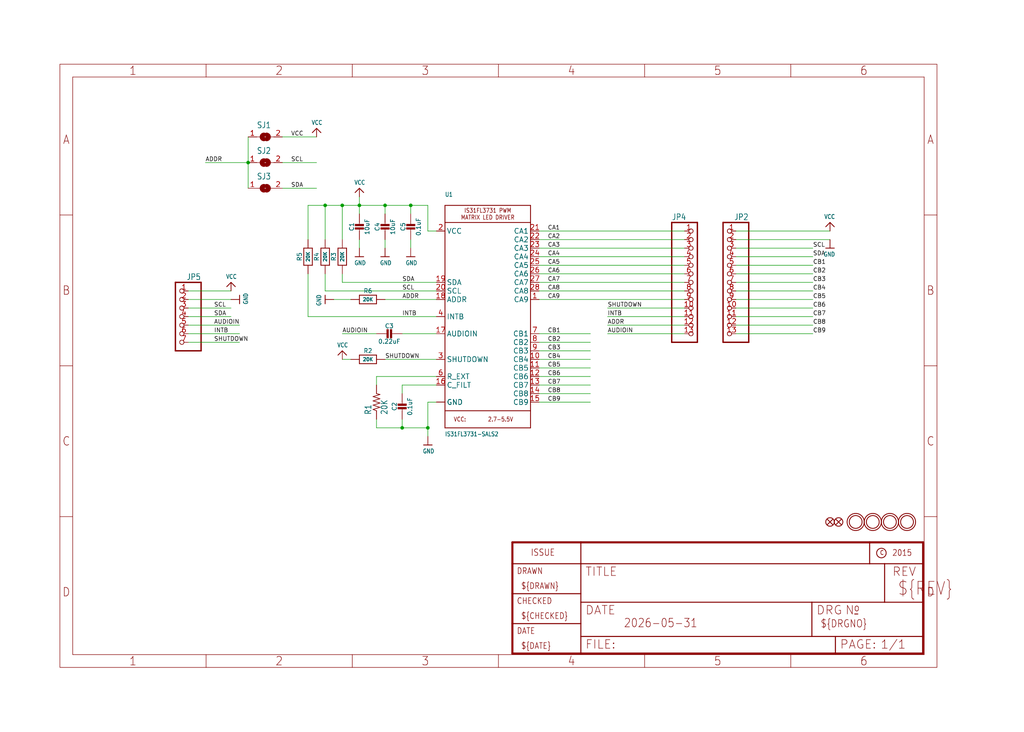
<source format=kicad_sch>
(kicad_sch (version 20250114) (generator "eeschema") (generator_version "9.0")
  (paper "User" 303.962 217.322)
  (lib_symbols
    (symbol "Adafruit IS31FL3731 Breakout-eagle-import:CAP_CERAMIC0805-NOOUTLINE"
      (property "Reference" "C" (at -2.29 1.25 90))
      (symbol "CAP_CERAMIC0805-NOOUTLINE_1_0"
        (rectangle (start -1.27 1.524) (end 1.27 2.032) (fill (type outline)))
        (rectangle (start -1.27 0.508) (end 1.27 1.016) (fill (type outline)))
        (polyline (pts (xy 0 2.54) (xy 0 1.778)) (stroke (width 0.1524)))
        (polyline (pts (xy 0 0.762) (xy 0 0)) (stroke (width 0.1524)))
        (pin passive line (at 0 5.08 270) (length 2.54) (name "1") (number "1"))
        (pin passive line (at 0 -2.54 90) (length 2.54) (name "2") (number "2"))
      )
    )
    (symbol "Adafruit IS31FL3731 Breakout-eagle-import:FIDUCIAL{dblquote}{dblquote}"
      (symbol "FIDUCIAL{dblquote}{dblquote}_1_0"
        (polyline (pts (xy -0.762 0.762) (xy 0.762 -0.762)) (stroke (width 0.254)))
        (circle (center 0 0) (radius 1.27) (stroke (width 0.254)))
        (polyline (pts (xy 0.762 0.762) (xy -0.762 -0.762)) (stroke (width 0.254)))
      )
    )
    (symbol "Adafruit IS31FL3731 Breakout-eagle-import:FLIPFLOP-RES"
      (property "Reference" "R" (at -3.81 1.4986 0))
      (symbol "FLIPFLOP-RES_1_0"
        (polyline (pts (xy -2.54 0) (xy -2.159 1.016)) (stroke (width 0.2032)))
        (polyline (pts (xy -2.159 1.016) (xy -1.524 -1.016)) (stroke (width 0.2032)))
        (polyline (pts (xy -1.524 -1.016) (xy -0.889 1.016)) (stroke (width 0.2032)))
        (polyline (pts (xy -0.889 1.016) (xy -0.254 -1.016)) (stroke (width 0.2032)))
        (polyline (pts (xy -0.254 -1.016) (xy 0.381 1.016)) (stroke (width 0.2032)))
        (polyline (pts (xy 0.381 1.016) (xy 1.016 -1.016)) (stroke (width 0.2032)))
        (polyline (pts (xy 1.016 -1.016) (xy 1.651 1.016)) (stroke (width 0.2032)))
        (polyline (pts (xy 1.651 1.016) (xy 2.286 -1.016)) (stroke (width 0.2032)))
        (polyline (pts (xy 2.286 -1.016) (xy 2.54 0)) (stroke (width 0.2032)))
        (pin passive line (at -5.08 0 0) (length 2.54) (name "1") (number "1"))
        (pin passive line (at 5.08 0 180) (length 2.54) (name "2") (number "2"))
      )
    )
    (symbol "Adafruit IS31FL3731 Breakout-eagle-import:FRAME_A4"
      (symbol "FRAME_A4_1_0"
        (polyline (pts (xy 0 179.07) (xy 260.35 179.07) (xy 260.35 0) (xy 0 0) (xy 0 179.07)))
        (polyline (pts (xy 0 134.3025) (xy 3.81 134.3025)))
        (polyline (pts (xy 0 89.535) (xy 3.81 89.535)))
        (polyline (pts (xy 0 44.7675) (xy 3.81 44.7675)))
        (polyline (pts (xy 3.81 175.26) (xy 3.81 3.81)))
        (polyline (pts (xy 43.3917 179.07) (xy 43.3917 175.26)))
        (polyline (pts (xy 43.3917 3.81) (xy 43.3917 0)))
        (polyline (pts (xy 86.7833 179.07) (xy 86.7833 175.26)))
        (polyline (pts (xy 86.7833 3.81) (xy 86.7833 0)))
        (polyline (pts (xy 130.175 179.07) (xy 130.175 175.26)))
        (polyline (pts (xy 130.175 3.81) (xy 130.175 0)))
        (polyline (pts (xy 173.5667 179.07) (xy 173.5667 175.26)))
        (polyline (pts (xy 173.5667 3.81) (xy 173.5667 0)))
        (polyline (pts (xy 216.9583 179.07) (xy 216.9583 175.26)))
        (polyline (pts (xy 216.9583 3.81) (xy 216.9583 0)))
        (polyline (pts (xy 256.54 175.26) (xy 3.81 175.26)))
        (polyline (pts (xy 256.54 175.26) (xy 256.54 3.81)))
        (polyline (pts (xy 256.54 134.3025) (xy 260.35 134.3025)))
        (polyline (pts (xy 256.54 89.535) (xy 260.35 89.535)))
        (polyline (pts (xy 256.54 44.7675) (xy 260.35 44.7675)))
        (polyline (pts (xy 256.54 19.05) (xy 256.54 36.83)) (stroke (width 0.1016)))
        (polyline (pts (xy 256.54 13.97) (xy 256.54 19.05)) (stroke (width 0.1016)))
        (polyline (pts (xy 256.54 8.89) (xy 256.54 13.97)) (stroke (width 0.1016)))
        (polyline (pts (xy 256.54 3.81) (xy 3.81 3.81)))
        (polyline (pts (xy 256.54 3.81) (xy 256.54 8.89)) (stroke (width 0.1016)))
        (text "A" (at 1.905 156.6863 0) (effects (font (size 2.54 2.286))))
        (text "B" (at 1.905 111.9188 0) (effects (font (size 2.54 2.286))))
        (text "C" (at 1.905 67.1513 0) (effects (font (size 2.54 2.286))))
        (text "D" (at 1.905 22.3838 0) (effects (font (size 2.54 2.286))))
        (text "1" (at 21.6958 177.165 0) (effects (font (size 2.54 2.286))))
        (text "1" (at 21.6958 1.905 0) (effects (font (size 2.54 2.286))))
        (text "2" (at 65.0875 177.165 0) (effects (font (size 2.54 2.286))))
        (text "2" (at 65.0875 1.905 0) (effects (font (size 2.54 2.286))))
        (text "3" (at 108.4792 177.165 0) (effects (font (size 2.54 2.286))))
        (text "3" (at 108.4792 1.905 0) (effects (font (size 2.54 2.286))))
        (text "4" (at 151.8708 177.165 0) (effects (font (size 2.54 2.286))))
        (text "4" (at 151.8708 1.905 0) (effects (font (size 2.54 2.286))))
        (text "5" (at 195.2625 177.165 0) (effects (font (size 2.54 2.286))))
        (text "5" (at 195.2625 1.905 0) (effects (font (size 2.54 2.286))))
        (text "6" (at 238.6542 177.165 0) (effects (font (size 2.54 2.286))))
        (text "6" (at 238.6542 1.905 0) (effects (font (size 2.54 2.286))))
        (text "A" (at 258.445 156.6863 0) (effects (font (size 2.54 2.286))))
        (text "B" (at 258.445 111.9188 0) (effects (font (size 2.54 2.286))))
        (text "C" (at 258.445 67.1513 0) (effects (font (size 2.54 2.286))))
        (text "D" (at 258.445 22.3838 0) (effects (font (size 2.54 2.286))))
      )
      (symbol "FRAME_A4_2_0"
        (polyline (pts (xy -0.3048 34.5948) (xy -0.3048 28.2448)) (stroke (width 0.6096)))
        (polyline (pts (xy -0.3048 28.2448) (xy -0.3048 19.3548)) (stroke (width 0.6096)))
        (polyline (pts (xy -0.3048 28.2448) (xy 20.0152 28.2448)) (stroke (width 0.3048)))
        (polyline (pts (xy -0.3048 19.3548) (xy -0.3048 10.4648)) (stroke (width 0.6096)))
        (polyline (pts (xy -0.3048 19.3548) (xy 20.0152 19.3548)) (stroke (width 0.3048)))
        (polyline (pts (xy -0.3048 10.4648) (xy -0.3048 1.5748)) (stroke (width 0.6096)))
        (polyline (pts (xy -0.3048 10.4648) (xy 20.0152 10.4648)) (stroke (width 0.3048)))
        (polyline (pts (xy -0.3048 1.5748) (xy 20.0152 1.5748)) (stroke (width 0.6096)))
        (polyline (pts (xy 20.0152 34.5948) (xy -0.3048 34.5948)) (stroke (width 0.6096)))
        (polyline (pts (xy 20.0152 28.2448) (xy 20.0152 34.5948)) (stroke (width 0.3048)))
        (polyline (pts (xy 20.0152 28.2448) (xy 105.7402 28.2448)) (stroke (width 0.3048)))
        (polyline (pts (xy 20.0152 19.3548) (xy 20.0152 28.2448)) (stroke (width 0.3048)))
        (polyline (pts (xy 20.0152 16.8148) (xy 20.0152 19.3548)) (stroke (width 0.3048)))
        (polyline (pts (xy 20.0152 10.4648) (xy 20.0152 16.8148)) (stroke (width 0.3048)))
        (polyline (pts (xy 20.0152 6.6548) (xy 20.0152 10.4648)) (stroke (width 0.3048)))
        (polyline (pts (xy 20.0152 6.6548) (xy 88.5952 6.6548)) (stroke (width 0.3048)))
        (polyline (pts (xy 20.0152 1.5748) (xy 20.0152 6.6548)) (stroke (width 0.3048)))
        (polyline (pts (xy 20.0152 1.5748) (xy 95.5802 1.5748)) (stroke (width 0.6096)))
        (polyline (pts (xy 88.5952 16.8148) (xy 20.0152 16.8148)) (stroke (width 0.3048)))
        (polyline (pts (xy 88.5952 16.8148) (xy 88.5952 6.6548)) (stroke (width 0.3048)))
        (polyline (pts (xy 88.5952 6.6548) (xy 95.5802 6.6548)) (stroke (width 0.3048)))
        (polyline (pts (xy 95.5802 6.6548) (xy 95.5802 1.5748)) (stroke (width 0.3048)))
        (polyline (pts (xy 95.5802 6.6548) (xy 121.6152 6.6548)) (stroke (width 0.3048)))
        (polyline (pts (xy 95.5802 1.5748) (xy 121.6152 1.5748)) (stroke (width 0.6096)))
        (polyline (pts (xy 101.2952 13.3223) (xy 102.2477 13.3223)) (stroke (width 0.254)))
        (polyline (pts (xy 105.7402 34.5948) (xy 20.0152 34.5948)) (stroke (width 0.6096)))
        (polyline (pts (xy 105.7402 28.2448) (xy 105.7402 34.5948)) (stroke (width 0.3048)))
        (polyline (pts (xy 105.7402 28.2448) (xy 110.1852 28.2448)) (stroke (width 0.3048)))
        (circle (center 109.2327 31.4198) (radius 1.4199) (stroke (width 0.254)))
        (polyline (pts (xy 110.1852 28.2448) (xy 110.1852 16.8148)) (stroke (width 0.3048)))
        (polyline (pts (xy 110.1852 28.2448) (xy 121.6152 28.2448)) (stroke (width 0.3048)))
        (polyline (pts (xy 110.1852 16.8148) (xy 88.5952 16.8148)) (stroke (width 0.3048)))
        (polyline (pts (xy 121.6152 34.5948) (xy 105.7402 34.5948)) (stroke (width 0.6096)))
        (polyline (pts (xy 121.6152 34.5948) (xy 121.6152 28.2448)) (stroke (width 0.6096)))
        (polyline (pts (xy 121.6152 28.2448) (xy 121.6152 16.8148)) (stroke (width 0.6096)))
        (polyline (pts (xy 121.6152 16.8148) (xy 110.1852 16.8148)) (stroke (width 0.3048)))
        (polyline (pts (xy 121.6152 16.8148) (xy 121.6152 6.6548)) (stroke (width 0.6096)))
        (polyline (pts (xy 121.6152 6.6548) (xy 121.6152 1.5748)) (stroke (width 0.6096)))
        (text "DRAWN" (at 0.9652 25.0698 0) (effects (font (size 1.778 1.5113)) (justify left bottom)))
        (text "CHECKED" (at 0.9652 16.1798 0) (effects (font (size 1.778 1.5113)) (justify left bottom)))
        (text "DATE" (at 0.9652 7.2898 0) (effects (font (size 1.778 1.5113)) (justify left bottom)))
        (text "${DRAWN}" (at 2.2352 20.6248 0) (effects (font (size 1.778 1.5113)) (justify left bottom)))
        (text "${CHECKED}" (at 2.2352 11.7348 0) (effects (font (size 1.778 1.5113)) (justify left bottom)))
        (text "${DATE}" (at 2.2352 2.8448 0) (effects (font (size 1.778 1.5113)) (justify left bottom)))
        (text "ISSUE" (at 5.0927 30.4673 0) (effects (font (size 1.9304 1.6408)) (justify left bottom)))
        (text "TITLE" (at 21.2852 24.4348 0) (effects (font (size 2.54 2.54)) (justify left bottom)))
        (text "DATE" (at 21.2852 13.0048 0) (effects (font (size 2.54 2.54)) (justify left bottom)))
        (text "FILE:" (at 21.2852 2.8448 0) (effects (font (size 2.54 2.54)) (justify left bottom)))
        (text "${COMPANY}" (at 23.349 29.6735 0) (effects (font (size 3.175 2.6987) (thickness 0.5397) (bold yes)) (justify left bottom)))
        (text "${CURRENT_DATE}" (at 32.7152 9.1948 0) (effects (font (size 2.54 2.159)) (justify left bottom)))
        (text "${PROJECTNAME}" (at 33.0327 2.8448 0) (effects (font (size 2.54 2.159)) (justify left bottom)))
        (text "DRG" (at 89.8652 13.0048 0) (effects (font (size 2.54 2.54)) (justify left bottom)))
        (text "${DRGNO}" (at 91.1352 9.1948 0) (effects (font (size 2.1844 1.8567)) (justify left bottom)))
        (text "PAGE:" (at 96.8502 2.8448 0) (effects (font (size 2.54 2.54)) (justify left bottom)))
        (text "N" (at 98.4377 13.0048 0) (effects (font (size 2.54 2.54)) (justify left bottom)))
        (text "o" (at 100.9777 13.9573 0) (effects (font (size 2.1844 1.8567)) (justify left bottom)))
        (text "C" (at 108.7564 30.7848 0) (effects (font (size 1.27 1.0795)) (justify left bottom)))
        (text "${#}/${##}" (at 108.9152 2.8448 0) (effects (font (size 2.54 2.54)) (justify left bottom)))
        (text "2015" (at 112.4077 30.4673 0) (effects (font (size 1.778 1.5113)) (justify left bottom)))
        (text "REV" (at 112.4077 24.4348 0) (effects (font (size 2.54 2.54)) (justify left bottom)))
        (text "${REV}" (at 113.9952 18.7198 0) (effects (font (size 3.81 3.2385)) (justify left bottom)))
      )
    )
    (symbol "Adafruit IS31FL3731 Breakout-eagle-import:GND" (power)
      (symbol "GND_1_0"
        (polyline (pts (xy -1.27 0) (xy 1.27 0)) (stroke (width 0.254)))
        (pin power_in line (at 0 2.54 270) (length 2.54) (name "GND") (number "1"))
      )
    )
    (symbol "Adafruit IS31FL3731 Breakout-eagle-import:HEADER-1X13"
      (property "Reference" "JP" (at -6.35 18.415 0))
      (symbol "HEADER-1X13_1_0"
        (polyline (pts (xy -6.35 17.78) (xy -6.35 -17.78)) (stroke (width 0.4064)))
        (polyline (pts (xy -6.35 -17.78) (xy 1.27 -17.78)) (stroke (width 0.4064)))
        (polyline (pts (xy 1.27 17.78) (xy -6.35 17.78)) (stroke (width 0.4064)))
        (polyline (pts (xy 1.27 -17.78) (xy 1.27 17.78)) (stroke (width 0.4064)))
        (pin passive inverted (at -2.54 15.24 0) (length 2.54) (name "1") (number "1"))
        (pin passive inverted (at -2.54 12.7 0) (length 2.54) (name "2") (number "2"))
        (pin passive inverted (at -2.54 10.16 0) (length 2.54) (name "3") (number "3"))
        (pin passive inverted (at -2.54 7.62 0) (length 2.54) (name "4") (number "4"))
        (pin passive inverted (at -2.54 5.08 0) (length 2.54) (name "5") (number "5"))
        (pin passive inverted (at -2.54 2.54 0) (length 2.54) (name "6") (number "6"))
        (pin passive inverted (at -2.54 0 0) (length 2.54) (name "7") (number "7"))
        (pin passive inverted (at -2.54 -2.54 0) (length 2.54) (name "8") (number "8"))
        (pin passive inverted (at -2.54 -5.08 0) (length 2.54) (name "9") (number "9"))
        (pin passive inverted (at -2.54 -7.62 0) (length 2.54) (name "10") (number "10"))
        (pin passive inverted (at -2.54 -10.16 0) (length 2.54) (name "11") (number "11"))
        (pin passive inverted (at -2.54 -12.7 0) (length 2.54) (name "12") (number "12"))
        (pin passive inverted (at -2.54 -15.24 0) (length 2.54) (name "13") (number "13"))
      )
    )
    (symbol "Adafruit IS31FL3731 Breakout-eagle-import:HEADER-1X7THICKER"
      (property "Reference" "JP" (at -6.35 10.795 0))
      (symbol "HEADER-1X7THICKER_1_0"
        (polyline (pts (xy -6.35 10.16) (xy -6.35 -10.16)) (stroke (width 0.4064)))
        (polyline (pts (xy -6.35 -10.16) (xy 1.27 -10.16)) (stroke (width 0.4064)))
        (polyline (pts (xy 1.27 10.16) (xy -6.35 10.16)) (stroke (width 0.4064)))
        (polyline (pts (xy 1.27 -10.16) (xy 1.27 10.16)) (stroke (width 0.4064)))
        (pin passive inverted (at -2.54 7.62 0) (length 2.54) (name "1") (number "1"))
        (pin passive inverted (at -2.54 5.08 0) (length 2.54) (name "2") (number "2"))
        (pin passive inverted (at -2.54 2.54 0) (length 2.54) (name "3") (number "3"))
        (pin passive inverted (at -2.54 0 0) (length 2.54) (name "4") (number "4"))
        (pin passive inverted (at -2.54 -2.54 0) (length 2.54) (name "5") (number "5"))
        (pin passive inverted (at -2.54 -5.08 0) (length 2.54) (name "6") (number "6"))
        (pin passive inverted (at -2.54 -7.62 0) (length 2.54) (name "7") (number "7"))
      )
    )
    (symbol "Adafruit IS31FL3731 Breakout-eagle-import:IS31FL3731QFN"
      (property "Reference" "U" (at -12.7 35.56 0))
      (symbol "IS31FL3731QFN_1_0"
        (polyline (pts (xy -12.7 33.02) (xy -12.7 27.94)) (stroke (width 0.254)))
        (polyline (pts (xy -12.7 33.02) (xy 12.7 33.02)) (stroke (width 0.254)))
        (polyline (pts (xy -12.7 27.94) (xy 12.7 27.94)) (stroke (width 0.254)))
        (polyline (pts (xy -12.7 -27.94) (xy -12.7 27.94)) (stroke (width 0.254)))
        (polyline (pts (xy -12.7 -27.94) (xy -12.7 -33.02)) (stroke (width 0.254)))
        (polyline (pts (xy 12.7 33.02) (xy 12.7 27.94)) (stroke (width 0.254)))
        (polyline (pts (xy 12.7 27.94) (xy 12.7 -27.94)) (stroke (width 0.254)))
        (polyline (pts (xy 12.7 -27.94) (xy -12.7 -27.94)) (stroke (width 0.254)))
        (polyline (pts (xy 12.7 -27.94) (xy 12.7 -33.02)) (stroke (width 0.254)))
        (polyline (pts (xy 12.7 -33.02) (xy -12.7 -33.02)) (stroke (width 0.254)))
        (text "VCC:" (at -10.16 -30.48 0) (effects (font (size 1.27 1.0795)) (justify left)))
        (text "IS31FL3731 PWM\nMATRIX LED DRIVER" (at 0 30.48 0) (effects (font (size 1.27 1.0795))))
        (text "2.7-5.5V" (at 0 -30.48 0) (effects (font (size 1.27 1.0795)) (justify left)))
        (pin power_in line (at -15.24 25.4 0) (length 2.54) (name "VCC") (number "2"))
        (pin bidirectional line (at -15.24 10.16 0) (length 2.54) (name "SDA") (number "19"))
        (pin bidirectional line (at -15.24 7.62 0) (length 2.54) (name "SCL") (number "20"))
        (pin bidirectional line (at -15.24 5.08 0) (length 2.54) (name "ADDR") (number "18"))
        (pin output line (at -15.24 0 0) (length 2.54) (name "INTB") (number "4"))
        (pin input line (at -15.24 -5.08 0) (length 2.54) (name "AUDIOIN") (number "17"))
        (pin input line (at -15.24 -12.7 0) (length 2.54) (name "SHUTDOWN") (number "3"))
        (pin bidirectional line (at -15.24 -17.78 0) (length 2.54) (name "R_EXT") (number "6"))
        (pin bidirectional line (at -15.24 -20.32 0) (length 2.54) (name "C_FILT") (number "16"))
        (pin power_in line (at -15.24 -25.4 0) (length 2.54) (name "GND") (number "5"))
        (pin power_in line (at -15.24 -25.4 0) (length 2.54) (name "GND") (number "THERMAL"))
        (pin bidirectional line (at 15.24 25.4 180) (length 2.54) (name "CA1") (number "21"))
        (pin bidirectional line (at 15.24 22.86 180) (length 2.54) (name "CA2") (number "22"))
        (pin bidirectional line (at 15.24 20.32 180) (length 2.54) (name "CA3") (number "23"))
        (pin bidirectional line (at 15.24 17.78 180) (length 2.54) (name "CA4") (number "24"))
        (pin bidirectional line (at 15.24 15.24 180) (length 2.54) (name "CA5") (number "25"))
        (pin bidirectional line (at 15.24 12.7 180) (length 2.54) (name "CA6") (number "26"))
        (pin bidirectional line (at 15.24 10.16 180) (length 2.54) (name "CA7") (number "27"))
        (pin bidirectional line (at 15.24 7.62 180) (length 2.54) (name "CA8") (number "28"))
        (pin bidirectional line (at 15.24 5.08 180) (length 2.54) (name "CA9") (number "1"))
        (pin bidirectional line (at 15.24 -5.08 180) (length 2.54) (name "CB1") (number "7"))
        (pin bidirectional line (at 15.24 -7.62 180) (length 2.54) (name "CB2") (number "8"))
        (pin bidirectional line (at 15.24 -10.16 180) (length 2.54) (name "CB3") (number "9"))
        (pin bidirectional line (at 15.24 -12.7 180) (length 2.54) (name "CB4") (number "10"))
        (pin bidirectional line (at 15.24 -15.24 180) (length 2.54) (name "CB5") (number "11"))
        (pin bidirectional line (at 15.24 -17.78 180) (length 2.54) (name "CB6") (number "12"))
        (pin bidirectional line (at 15.24 -20.32 180) (length 2.54) (name "CB7") (number "13"))
        (pin bidirectional line (at 15.24 -22.86 180) (length 2.54) (name "CB8") (number "14"))
        (pin bidirectional line (at 15.24 -25.4 180) (length 2.54) (name "CB9") (number "15"))
      )
    )
    (symbol "Adafruit IS31FL3731 Breakout-eagle-import:MOUNTINGHOLE2.5"
      (symbol "MOUNTINGHOLE2.5_1_0"
        (circle (center 0 0) (radius 1.905) (stroke (width 0.254)))
        (circle (center 0 0) (radius 2.54) (stroke (width 0.254)))
      )
    )
    (symbol "Adafruit IS31FL3731 Breakout-eagle-import:RESISTOR0805_NOOUTLINE"
      (property "Reference" "R" (at 0 2.54 0))
      (symbol "RESISTOR0805_NOOUTLINE_1_0"
        (polyline (pts (xy -2.54 1.27) (xy 2.54 1.27)) (stroke (width 0.254)))
        (polyline (pts (xy -2.54 -1.27) (xy -2.54 1.27)) (stroke (width 0.254)))
        (polyline (pts (xy 2.54 1.27) (xy 2.54 -1.27)) (stroke (width 0.254)))
        (polyline (pts (xy 2.54 -1.27) (xy -2.54 -1.27)) (stroke (width 0.254)))
        (pin passive line (at -5.08 0 0) (length 2.54) (name "1") (number "1"))
        (pin passive line (at 5.08 0 180) (length 2.54) (name "2") (number "2"))
      )
    )
    (symbol "Adafruit IS31FL3731 Breakout-eagle-import:SOLDERJUMPER"
      (property "Reference" "SJ" (at -2.54 2.54 0))
      (symbol "SOLDERJUMPER_1_0"
        (polyline (pts (xy -2.54 0) (xy -1.651 0)) (stroke (width 0.1524)))
        (arc (start -0.381 -0.635) (mid -1.0159 0.0001) (end -0.3808 0.635) (stroke (width 1.27)))
        (arc (start 0.381 0.635) (mid 1.0159 -0.0001) (end 0.3808 -0.635) (stroke (width 1.27)))
        (polyline (pts (xy 2.54 0) (xy 1.651 0)) (stroke (width 0.1524)))
        (pin passive line (at -5.08 0 0) (length 2.54) (name "1") (number "1"))
        (pin passive line (at 5.08 0 180) (length 2.54) (name "2") (number "2"))
      )
    )
    (symbol "Adafruit IS31FL3731 Breakout-eagle-import:VCC" (power)
      (symbol "VCC_1_0"
        (polyline (pts (xy -1.27 -1.27) (xy 0 0)) (stroke (width 0.254)))
        (polyline (pts (xy 0 0) (xy 1.27 -1.27)) (stroke (width 0.254)))
        (pin power_in line (at 0 -2.54 90) (length 2.54) (name "VCC") (number "1"))
      )
    )
  )
  (junction (at 101.6 60.96))
  (junction (at 106.68 60.96))
  (junction (at 121.92 60.96))
  (junction (at 73.66 48.26))
  (junction (at 119.38 127))
  (junction (at 96.52 60.96))
  (junction (at 114.3 60.96))
  (junction (at 127 127))
  (wire (pts (xy 101.6 71.12) (xy 101.6 60.96)) (stroke (width 0.1524)))
  (wire (pts (xy 121.92 60.96) (xy 121.92 63.5)) (stroke (width 0.1524)))
  (wire (pts (xy 83.82 48.26) (xy 93.98 48.26)) (stroke (width 0.1524)))
  (wire (pts (xy 218.44 93.98) (xy 241.3 93.98)) (stroke (width 0.1524)))
  (wire (pts (xy 129.54 86.36) (xy 96.52 86.36)) (stroke (width 0.1524)))
  (wire (pts (xy 101.6 60.96) (xy 96.52 60.96)) (stroke (width 0.1524)))
  (wire (pts (xy 129.54 93.98) (xy 91.44 93.98)) (stroke (width 0.1524)))
  (wire (pts (xy 129.54 83.82) (xy 101.6 83.82)) (stroke (width 0.1524)))
  (wire (pts (xy 160.02 99.06) (xy 175.26 99.06)) (stroke (width 0.1524)))
  (wire (pts (xy 203.2 96.52) (xy 180.34 96.52)) (stroke (width 0.1524)))
  (wire (pts (xy 83.82 40.64) (xy 93.98 40.64)) (stroke (width 0.1524)))
  (wire (pts (xy 55.88 101.6) (xy 71.12 101.6)) (stroke (width 0.1524)))
  (wire (pts (xy 129.54 119.38) (xy 127 119.38)) (stroke (width 0.1524)))
  (wire (pts (xy 96.52 60.96) (xy 91.44 60.96)) (stroke (width 0.1524)))
  (wire (pts (xy 127 60.96) (xy 127 68.58)) (stroke (width 0.1524)))
  (wire (pts (xy 160.02 71.12) (xy 203.2 71.12)) (stroke (width 0.1524)))
  (wire (pts (xy 91.44 93.98) (xy 91.44 81.28)) (stroke (width 0.1524)))
  (wire (pts (xy 101.6 60.96) (xy 106.68 60.96)) (stroke (width 0.1524)))
  (wire (pts (xy 104.14 106.68) (xy 101.6 106.68)) (stroke (width 0.1524)))
  (wire (pts (xy 114.3 60.96) (xy 114.3 63.5)) (stroke (width 0.1524)))
  (wire (pts (xy 160.02 73.66) (xy 203.2 73.66)) (stroke (width 0.1524)))
  (wire (pts (xy 160.02 109.22) (xy 175.26 109.22)) (stroke (width 0.1524)))
  (wire (pts (xy 160.02 83.82) (xy 203.2 83.82)) (stroke (width 0.1524)))
  (wire (pts (xy 160.02 86.36) (xy 203.2 86.36)) (stroke (width 0.1524)))
  (wire (pts (xy 160.02 106.68) (xy 175.26 106.68)) (stroke (width 0.1524)))
  (wire (pts (xy 114.3 60.96) (xy 121.92 60.96)) (stroke (width 0.1524)))
  (wire (pts (xy 121.92 60.96) (xy 127 60.96)) (stroke (width 0.1524)))
  (wire (pts (xy 111.76 127) (xy 111.76 124.46)) (stroke (width 0.1524)))
  (wire (pts (xy 218.44 99.06) (xy 241.3 99.06)) (stroke (width 0.1524)))
  (wire (pts (xy 241.3 81.28) (xy 218.44 81.28)) (stroke (width 0.1524)))
  (wire (pts (xy 160.02 76.2) (xy 203.2 76.2)) (stroke (width 0.1524)))
  (wire (pts (xy 241.3 86.36) (xy 218.44 86.36)) (stroke (width 0.1524)))
  (wire (pts (xy 55.88 86.36) (xy 68.58 86.36)) (stroke (width 0.1524)))
  (wire (pts (xy 99.06 88.9) (xy 104.14 88.9)) (stroke (width 0.1524)))
  (wire (pts (xy 127 68.58) (xy 129.54 68.58)) (stroke (width 0.1524)))
  (wire (pts (xy 218.44 83.82) (xy 241.3 83.82)) (stroke (width 0.1524)))
  (wire (pts (xy 129.54 114.3) (xy 119.38 114.3)) (stroke (width 0.1524)))
  (wire (pts (xy 241.3 96.52) (xy 218.44 96.52)) (stroke (width 0.1524)))
  (wire (pts (xy 119.38 127) (xy 119.38 124.46)) (stroke (width 0.1524)))
  (wire (pts (xy 160.02 68.58) (xy 203.2 68.58)) (stroke (width 0.1524)))
  (wire (pts (xy 83.82 55.88) (xy 93.98 55.88)) (stroke (width 0.1524)))
  (wire (pts (xy 111.76 99.06) (xy 101.6 99.06)) (stroke (width 0.1524)))
  (wire (pts (xy 203.2 99.06) (xy 180.34 99.06)) (stroke (width 0.1524)))
  (wire (pts (xy 180.34 93.98) (xy 203.2 93.98)) (stroke (width 0.1524)))
  (wire (pts (xy 73.66 48.26) (xy 60.96 48.26)) (stroke (width 0.1524)))
  (wire (pts (xy 246.38 68.58) (xy 218.44 68.58)) (stroke (width 0.1524)))
  (wire (pts (xy 129.54 111.76) (xy 111.76 111.76)) (stroke (width 0.1524)))
  (wire (pts (xy 129.54 88.9) (xy 114.3 88.9)) (stroke (width 0.1524)))
  (wire (pts (xy 218.44 73.66) (xy 241.3 73.66)) (stroke (width 0.1524)))
  (wire (pts (xy 129.54 99.06) (xy 119.38 99.06)) (stroke (width 0.1524)))
  (wire (pts (xy 160.02 116.84) (xy 175.26 116.84)) (stroke (width 0.1524)))
  (wire (pts (xy 218.44 71.12) (xy 246.38 71.12)) (stroke (width 0.1524)))
  (wire (pts (xy 73.66 48.26) (xy 73.66 55.88)) (stroke (width 0.1524)))
  (wire (pts (xy 55.88 88.9) (xy 68.58 88.9)) (stroke (width 0.1524)))
  (wire (pts (xy 241.3 91.44) (xy 218.44 91.44)) (stroke (width 0.1524)))
  (wire (pts (xy 101.6 83.82) (xy 101.6 81.28)) (stroke (width 0.1524)))
  (wire (pts (xy 106.68 60.96) (xy 106.68 63.5)) (stroke (width 0.1524)))
  (wire (pts (xy 111.76 111.76) (xy 111.76 114.3)) (stroke (width 0.1524)))
  (wire (pts (xy 71.12 99.06) (xy 55.88 99.06)) (stroke (width 0.1524)))
  (wire (pts (xy 160.02 119.38) (xy 175.26 119.38)) (stroke (width 0.1524)))
  (wire (pts (xy 96.52 86.36) (xy 96.52 81.28)) (stroke (width 0.1524)))
  (wire (pts (xy 160.02 101.6) (xy 175.26 101.6)) (stroke (width 0.1524)))
  (wire (pts (xy 127 119.38) (xy 127 127)) (stroke (width 0.1524)))
  (wire (pts (xy 241.3 76.2) (xy 218.44 76.2)) (stroke (width 0.1524)))
  (wire (pts (xy 119.38 114.3) (xy 119.38 116.84)) (stroke (width 0.1524)))
  (wire (pts (xy 127 127) (xy 119.38 127)) (stroke (width 0.1524)))
  (wire (pts (xy 160.02 81.28) (xy 203.2 81.28)) (stroke (width 0.1524)))
  (wire (pts (xy 160.02 104.14) (xy 175.26 104.14)) (stroke (width 0.1524)))
  (wire (pts (xy 106.68 60.96) (xy 114.3 60.96)) (stroke (width 0.1524)))
  (wire (pts (xy 55.88 91.44) (xy 68.58 91.44)) (stroke (width 0.1524)))
  (wire (pts (xy 218.44 78.74) (xy 241.3 78.74)) (stroke (width 0.1524)))
  (wire (pts (xy 129.54 106.68) (xy 114.3 106.68)) (stroke (width 0.1524)))
  (wire (pts (xy 218.44 88.9) (xy 241.3 88.9)) (stroke (width 0.1524)))
  (wire (pts (xy 203.2 91.44) (xy 180.34 91.44)) (stroke (width 0.1524)))
  (wire (pts (xy 160.02 111.76) (xy 175.26 111.76)) (stroke (width 0.1524)))
  (wire (pts (xy 55.88 93.98) (xy 68.58 93.98)) (stroke (width 0.1524)))
  (wire (pts (xy 106.68 71.12) (xy 106.68 73.66)) (stroke (width 0.1524)))
  (wire (pts (xy 119.38 127) (xy 111.76 127)) (stroke (width 0.1524)))
  (wire (pts (xy 55.88 96.52) (xy 71.12 96.52)) (stroke (width 0.1524)))
  (wire (pts (xy 91.44 60.96) (xy 91.44 71.12)) (stroke (width 0.1524)))
  (wire (pts (xy 106.68 58.42) (xy 106.68 60.96)) (stroke (width 0.1524)))
  (wire (pts (xy 121.92 71.12) (xy 121.92 73.66)) (stroke (width 0.1524)))
  (wire (pts (xy 73.66 40.64) (xy 73.66 48.26)) (stroke (width 0.1524)))
  (wire (pts (xy 96.52 60.96) (xy 96.52 71.12)) (stroke (width 0.1524)))
  (wire (pts (xy 160.02 78.74) (xy 203.2 78.74)) (stroke (width 0.1524)))
  (wire (pts (xy 114.3 71.12) (xy 114.3 73.66)) (stroke (width 0.1524)))
  (wire (pts (xy 127 127) (xy 127 129.54)) (stroke (width 0.1524)))
  (wire (pts (xy 160.02 88.9) (xy 203.2 88.9)) (stroke (width 0.1524)))
  (wire (pts (xy 160.02 114.3) (xy 175.26 114.3)) (stroke (width 0.1524)))
  (label "CA6" (at 162.56 81.28 0) (effects (font (size 1.2446 1.2446))))
  (label "ADDR" (at 180.34 96.52 0) (effects (font (size 1.2446 1.2446))))
  (label "CB9" (at 162.56 119.38 0) (effects (font (size 1.2446 1.2446))))
  (label "VCC" (at 86.36 40.64 0) (effects (font (size 1.2446 1.2446))))
  (label "SDA" (at 119.38 83.82 0) (effects (font (size 1.2446 1.2446))))
  (label "INTB" (at 180.34 93.98 0) (effects (font (size 1.2446 1.2446))))
  (label "SHUTDOWN" (at 63.5 101.6 0) (effects (font (size 1.2446 1.2446))))
  (label "CB1" (at 241.3 78.74 0) (effects (font (size 1.2446 1.2446))))
  (label "CB5" (at 162.56 109.22 0) (effects (font (size 1.2446 1.2446))))
  (label "SCL" (at 241.3 73.66 0) (effects (font (size 1.2446 1.2446))))
  (label "SDA" (at 241.3 76.2 0) (effects (font (size 1.2446 1.2446))))
  (label "CB1" (at 162.56 99.06 0) (effects (font (size 1.2446 1.2446))))
  (label "CA3" (at 162.56 73.66 0) (effects (font (size 1.2446 1.2446))))
  (label "SCL" (at 63.5 91.44 0) (effects (font (size 1.2446 1.2446))))
  (label "CB3" (at 241.3 83.82 0) (effects (font (size 1.2446 1.2446))))
  (label "CB7" (at 241.3 93.98 0) (effects (font (size 1.2446 1.2446))))
  (label "INTB" (at 119.38 93.98 0) (effects (font (size 1.2446 1.2446))))
  (label "ADDR" (at 60.96 48.26 0) (effects (font (size 1.2446 1.2446))))
  (label "CA9" (at 162.56 88.9 0) (effects (font (size 1.2446 1.2446))))
  (label "CB2" (at 162.56 101.6 0) (effects (font (size 1.2446 1.2446))))
  (label "CA5" (at 162.56 78.74 0) (effects (font (size 1.2446 1.2446))))
  (label "AUDIOIN" (at 180.34 99.06 0) (effects (font (size 1.2446 1.2446))))
  (label "CB6" (at 162.56 111.76 0) (effects (font (size 1.2446 1.2446))))
  (label "CB6" (at 241.3 91.44 0) (effects (font (size 1.2446 1.2446))))
  (label "SCL" (at 86.36 48.26 0) (effects (font (size 1.2446 1.2446))))
  (label "CB8" (at 162.56 116.84 0) (effects (font (size 1.2446 1.2446))))
  (label "SHUTDOWN" (at 180.34 91.44 0) (effects (font (size 1.2446 1.2446))))
  (label "AUDIOIN" (at 101.6 99.06 0) (effects (font (size 1.2446 1.2446))))
  (label "AUDIOIN" (at 63.5 96.52 0) (effects (font (size 1.2446 1.2446))))
  (label "CB3" (at 162.56 104.14 0) (effects (font (size 1.2446 1.2446))))
  (label "CB2" (at 241.3 81.28 0) (effects (font (size 1.2446 1.2446))))
  (label "CB5" (at 241.3 88.9 0) (effects (font (size 1.2446 1.2446))))
  (label "ADDR" (at 119.38 88.9 0) (effects (font (size 1.2446 1.2446))))
  (label "SHUTDOWN" (at 114.3 106.68 0) (effects (font (size 1.2446 1.2446))))
  (label "CB4" (at 241.3 86.36 0) (effects (font (size 1.2446 1.2446))))
  (label "CB4" (at 162.56 106.68 0) (effects (font (size 1.2446 1.2446))))
  (label "CB8" (at 241.3 96.52 0) (effects (font (size 1.2446 1.2446))))
  (label "CA1" (at 162.56 68.58 0) (effects (font (size 1.2446 1.2446))))
  (label "CA4" (at 162.56 76.2 0) (effects (font (size 1.2446 1.2446))))
  (label "SDA" (at 86.36 55.88 0) (effects (font (size 1.2446 1.2446))))
  (label "SCL" (at 119.38 86.36 0) (effects (font (size 1.2446 1.2446))))
  (label "SDA" (at 63.5 93.98 0) (effects (font (size 1.2446 1.2446))))
  (label "CB9" (at 241.3 99.06 0) (effects (font (size 1.2446 1.2446))))
  (label "INTB" (at 63.5 99.06 0) (effects (font (size 1.2446 1.2446))))
  (label "CA2" (at 162.56 71.12 0) (effects (font (size 1.2446 1.2446))))
  (label "CA7" (at 162.56 83.82 0) (effects (font (size 1.2446 1.2446))))
  (label "CA8" (at 162.56 86.36 0) (effects (font (size 1.2446 1.2446))))
  (label "CB7" (at 162.56 114.3 0) (effects (font (size 1.2446 1.2446))))
  (symbol (lib_id "Adafruit IS31FL3731 Breakout-eagle-import:SOLDERJUMPER") (at 78.74 40.64 0) (unit 1)
    (property "Reference" "SJ1" (at 76.2 38.1 0) (effects (font (size 1.778 1.5113)) (justify left bottom)))
    (property "Value" "SOLDERJUMPER" (effects (hide yes)))
    (property "Footprint" "Adafruit IS31FL3731 Breakout:SOLDERJUMPER_ARROW_NOPASTE" (effects (hide yes)))
  )
  (symbol (lib_id "Adafruit IS31FL3731 Breakout-eagle-import:MOUNTINGHOLE2.5") (at 264.16 154.94 0) (unit 1)
    (property "Reference" "U$4" (effects (hide yes)))
    (property "Value" "MOUNTINGHOLE2.5" (effects (hide yes)))
    (property "Footprint" "Adafruit IS31FL3731 Breakout:MOUNTINGHOLE_2.5_PLATED" (effects (hide yes)))
  )
  (symbol (lib_id "Adafruit IS31FL3731 Breakout-eagle-import:CAP_CERAMIC0805-NOOUTLINE") (at 121.92 68.58 0) (unit 1)
    (property "Reference" "C5" (at 119.63 67.33 90))
    (property "Value" "0.1uF" (at 124.22 67.33 90))
    (property "Footprint" "Adafruit IS31FL3731 Breakout:0805-NO" (effects (hide yes)))
  )
  (symbol (lib_id "Adafruit IS31FL3731 Breakout-eagle-import:VCC") (at 101.6 104.14 0) (unit 1)
    (property "Reference" "#P+5" (effects (hide yes)))
    (property "Value" "VCC" (at 100.076 103.124 0) (effects (font (size 1.27 1.0795)) (justify left bottom)))
  )
  (symbol (lib_id "Adafruit IS31FL3731 Breakout-eagle-import:CAP_CERAMIC0805-NOOUTLINE") (at 119.38 121.92 0) (unit 1)
    (property "Reference" "C2" (at 117.09 120.67 90))
    (property "Value" "0.1uF" (at 121.68 120.67 90))
    (property "Footprint" "Adafruit IS31FL3731 Breakout:0805-NO" (effects (hide yes)))
  )
  (symbol (lib_id "Adafruit IS31FL3731 Breakout-eagle-import:FIDUCIAL{dblquote}{dblquote}") (at 248.92 154.94 0) (unit 1)
    (property "Reference" "FID1" (effects (hide yes)))
    (property "Value" "FIDUCIAL{dblquote}{dblquote}" (effects (hide yes)))
    (property "Footprint" "Adafruit IS31FL3731 Breakout:FIDUCIAL_1MM" (effects (hide yes)))
  )
  (symbol (lib_id "Adafruit IS31FL3731 Breakout-eagle-import:VCC") (at 106.68 55.88 0) (unit 1)
    (property "Reference" "#P+1" (effects (hide yes)))
    (property "Value" "VCC" (at 105.156 54.864 0) (effects (font (size 1.27 1.0795)) (justify left bottom)))
  )
  (symbol (lib_id "Adafruit IS31FL3731 Breakout-eagle-import:RESISTOR0805_NOOUTLINE") (at 101.6 76.2 90) (unit 1)
    (property "Reference" "R3" (at 99.06 76.2 0))
    (property "Value" "20K" (at 101.6 76.2 0) (effects (font (size 1.016 1.016) (thickness 0.2032) (bold yes))))
    (property "Footprint" "Adafruit IS31FL3731 Breakout:0805-NO" (effects (hide yes)))
  )
  (symbol (lib_id "Adafruit IS31FL3731 Breakout-eagle-import:RESISTOR0805_NOOUTLINE") (at 91.44 76.2 90) (unit 1)
    (property "Reference" "R5" (at 88.9 76.2 0))
    (property "Value" "20K" (at 91.44 76.2 0) (effects (font (size 1.016 1.016) (thickness 0.2032) (bold yes))))
    (property "Footprint" "Adafruit IS31FL3731 Breakout:0805-NO" (effects (hide yes)))
  )
  (symbol (lib_id "Adafruit IS31FL3731 Breakout-eagle-import:RESISTOR0805_NOOUTLINE") (at 109.22 88.9 0) (unit 1)
    (property "Reference" "R6" (at 109.22 86.36 0))
    (property "Value" "20K" (at 109.22 88.9 0) (effects (font (size 1.016 1.016) (thickness 0.2032) (bold yes))))
    (property "Footprint" "Adafruit IS31FL3731 Breakout:0805-NO" (effects (hide yes)))
  )
  (symbol (lib_id "Adafruit IS31FL3731 Breakout-eagle-import:CAP_CERAMIC0805-NOOUTLINE") (at 106.68 68.58 0) (unit 1)
    (property "Reference" "C1" (at 104.39 67.33 90))
    (property "Value" "10uF" (at 108.98 67.33 90))
    (property "Footprint" "Adafruit IS31FL3731 Breakout:0805-NO" (effects (hide yes)))
  )
  (symbol (lib_id "Adafruit IS31FL3731 Breakout-eagle-import:SOLDERJUMPER") (at 78.74 48.26 0) (unit 1)
    (property "Reference" "SJ2" (at 76.2 45.72 0) (effects (font (size 1.778 1.5113)) (justify left bottom)))
    (property "Value" "SOLDERJUMPER" (effects (hide yes)))
    (property "Footprint" "Adafruit IS31FL3731 Breakout:SOLDERJUMPER_ARROW_NOPASTE" (effects (hide yes)))
  )
  (symbol (lib_id "Adafruit IS31FL3731 Breakout-eagle-import:MOUNTINGHOLE2.5") (at 254 154.94 0) (unit 1)
    (property "Reference" "U$6" (effects (hide yes)))
    (property "Value" "MOUNTINGHOLE2.5" (effects (hide yes)))
    (property "Footprint" "Adafruit IS31FL3731 Breakout:MOUNTINGHOLE_2.5_PLATED" (effects (hide yes)))
  )
  (symbol (lib_id "Adafruit IS31FL3731 Breakout-eagle-import:GND") (at 127 132.08 0) (unit 1)
    (property "Reference" "#U$2" (effects (hide yes)))
    (property "Value" "GND" (at 125.476 134.62 0) (effects (font (size 1.27 1.0795)) (justify left bottom)))
  )
  (symbol (lib_id "Adafruit IS31FL3731 Breakout-eagle-import:CAP_CERAMIC0805-NOOUTLINE") (at 114.3 99.06 270) (unit 1)
    (property "Reference" "C3" (at 115.55 96.77 90))
    (property "Value" "0.22uF" (at 115.55 101.36 90))
    (property "Footprint" "Adafruit IS31FL3731 Breakout:0805-NO" (effects (hide yes)))
  )
  (symbol (lib_id "Adafruit IS31FL3731 Breakout-eagle-import:FRAME_A4") (at 17.78 198.12 0) (unit 1)
    (property "Reference" "#FRAME1" (effects (hide yes)))
    (property "Value" "FRAME_A4" (effects (hide yes)))
  )
  (symbol (lib_id "Adafruit IS31FL3731 Breakout-eagle-import:VCC") (at 68.58 83.82 0) (unit 1)
    (property "Reference" "#P+4" (effects (hide yes)))
    (property "Value" "VCC" (at 67.056 82.804 0) (effects (font (size 1.27 1.0795)) (justify left bottom)))
  )
  (symbol (lib_id "Adafruit IS31FL3731 Breakout-eagle-import:HEADER-1X13") (at 215.9 83.82 0) (mirror y) (unit 1)
    (property "Reference" "JP2" (at 222.25 65.405 0) (effects (font (size 1.778 1.5113)) (justify left bottom)))
    (property "Value" "HEADER-1X13" (effects (hide yes)))
    (property "Footprint" "Adafruit IS31FL3731 Breakout:1X13_ROUND_70" (effects (hide yes)))
  )
  (symbol (lib_id "Adafruit IS31FL3731 Breakout-eagle-import:HEADER-1X13") (at 205.74 83.82 0) (unit 1)
    (property "Reference" "JP4" (at 199.39 65.405 0) (effects (font (size 1.778 1.5113)) (justify left bottom)))
    (property "Value" "HEADER-1X13" (effects (hide yes)))
    (property "Footprint" "Adafruit IS31FL3731 Breakout:1X13_ROUND_70" (effects (hide yes)))
  )
  (symbol (lib_id "Adafruit IS31FL3731 Breakout-eagle-import:GND") (at 71.12 88.9 90) (unit 1)
    (property "Reference" "#U$7" (effects (hide yes)))
    (property "Value" "GND" (at 73.66 90.424 0) (effects (font (size 1.27 1.0795)) (justify left bottom)))
  )
  (symbol (lib_id "Adafruit IS31FL3731 Breakout-eagle-import:RESISTOR0805_NOOUTLINE") (at 109.22 106.68 0) (unit 1)
    (property "Reference" "R2" (at 109.22 104.14 0))
    (property "Value" "20K" (at 109.22 106.68 0) (effects (font (size 1.016 1.016) (thickness 0.2032) (bold yes))))
    (property "Footprint" "Adafruit IS31FL3731 Breakout:0805-NO" (effects (hide yes)))
  )
  (symbol (lib_id "Adafruit IS31FL3731 Breakout-eagle-import:IS31FL3731QFN") (at 144.78 93.98 0) (unit 1)
    (property "Reference" "U1" (at 132.08 58.42 0) (effects (font (size 1.27 1.0795)) (justify left bottom)))
    (property "Value" "IS31FL3731-SALS2" (at 132.08 129.54 0) (effects (font (size 1.27 1.0795)) (justify left bottom)))
    (property "Footprint" "Adafruit IS31FL3731 Breakout:QFN28_4MM_0.4MM" (effects (hide yes)))
  )
  (symbol (lib_id "Adafruit IS31FL3731 Breakout-eagle-import:MOUNTINGHOLE2.5") (at 259.08 154.94 0) (unit 1)
    (property "Reference" "U$5" (effects (hide yes)))
    (property "Value" "MOUNTINGHOLE2.5" (effects (hide yes)))
    (property "Footprint" "Adafruit IS31FL3731 Breakout:MOUNTINGHOLE_2.5_PLATED" (effects (hide yes)))
  )
  (symbol (lib_id "Adafruit IS31FL3731 Breakout-eagle-import:FRAME_A4") (at 152.4 195.58 0) (unit 2)
    (property "Reference" "#FRAME1" (effects (hide yes)))
    (property "Value" "FRAME_A4" (effects (hide yes)))
  )
  (symbol (lib_id "Adafruit IS31FL3731 Breakout-eagle-import:HEADER-1X7THICKER") (at 53.34 93.98 0) (mirror y) (unit 1)
    (property "Reference" "JP5" (at 59.69 83.185 0) (effects (font (size 1.778 1.5113)) (justify left bottom)))
    (property "Value" "HEADER-1X7THICKER" (effects (hide yes)))
    (property "Footprint" "Adafruit IS31FL3731 Breakout:1X07_ROUND_76" (effects (hide yes)))
  )
  (symbol (lib_id "Adafruit IS31FL3731 Breakout-eagle-import:GND") (at 106.68 76.2 0) (unit 1)
    (property "Reference" "#U$1" (effects (hide yes)))
    (property "Value" "GND" (at 105.156 78.74 0) (effects (font (size 1.27 1.0795)) (justify left bottom)))
  )
  (symbol (lib_id "Adafruit IS31FL3731 Breakout-eagle-import:GND") (at 114.3 76.2 0) (unit 1)
    (property "Reference" "#U$12" (effects (hide yes)))
    (property "Value" "GND" (at 112.776 78.74 0) (effects (font (size 1.27 1.0795)) (justify left bottom)))
  )
  (symbol (lib_id "Adafruit IS31FL3731 Breakout-eagle-import:GND") (at 96.52 88.9 270) (unit 1)
    (property "Reference" "#U$8" (effects (hide yes)))
    (property "Value" "GND" (at 93.98 87.376 0) (effects (font (size 1.27 1.0795)) (justify left bottom)))
  )
  (symbol (lib_id "Adafruit IS31FL3731 Breakout-eagle-import:MOUNTINGHOLE2.5") (at 269.24 154.94 0) (unit 1)
    (property "Reference" "U$3" (effects (hide yes)))
    (property "Value" "MOUNTINGHOLE2.5" (effects (hide yes)))
    (property "Footprint" "Adafruit IS31FL3731 Breakout:MOUNTINGHOLE_2.5_PLATED" (effects (hide yes)))
  )
  (symbol (lib_id "Adafruit IS31FL3731 Breakout-eagle-import:FIDUCIAL{dblquote}{dblquote}") (at 246.38 154.94 0) (unit 1)
    (property "Reference" "FID2" (effects (hide yes)))
    (property "Value" "FIDUCIAL{dblquote}{dblquote}" (effects (hide yes)))
    (property "Footprint" "Adafruit IS31FL3731 Breakout:FIDUCIAL_1MM" (effects (hide yes)))
  )
  (symbol (lib_id "Adafruit IS31FL3731 Breakout-eagle-import:FLIPFLOP-RES") (at 111.76 119.38 90) (unit 1)
    (property "Reference" "R1" (at 110.2614 123.19 0) (effects (font (size 1.778 1.5113)) (justify left bottom)))
    (property "Value" "20K" (at 115.062 123.19 0) (effects (font (size 1.778 1.5113)) (justify left bottom)))
    (property "Footprint" "Adafruit IS31FL3731 Breakout:0805-THM" (effects (hide yes)))
  )
  (symbol (lib_id "Adafruit IS31FL3731 Breakout-eagle-import:SOLDERJUMPER") (at 78.74 55.88 0) (unit 1)
    (property "Reference" "SJ3" (at 76.2 53.34 0) (effects (font (size 1.778 1.5113)) (justify left bottom)))
    (property "Value" "SOLDERJUMPER" (effects (hide yes)))
    (property "Footprint" "Adafruit IS31FL3731 Breakout:SOLDERJUMPER_ARROW_NOPASTE" (effects (hide yes)))
  )
  (symbol (lib_id "Adafruit IS31FL3731 Breakout-eagle-import:VCC") (at 246.38 66.04 0) (mirror y) (unit 1)
    (property "Reference" "#P+2" (effects (hide yes)))
    (property "Value" "VCC" (at 247.904 65.024 0) (effects (font (size 1.27 1.0795)) (justify left bottom)))
  )
  (symbol (lib_id "Adafruit IS31FL3731 Breakout-eagle-import:GND") (at 121.92 76.2 0) (unit 1)
    (property "Reference" "#U$13" (effects (hide yes)))
    (property "Value" "GND" (at 120.396 78.74 0) (effects (font (size 1.27 1.0795)) (justify left bottom)))
  )
  (symbol (lib_id "Adafruit IS31FL3731 Breakout-eagle-import:CAP_CERAMIC0805-NOOUTLINE") (at 114.3 68.58 0) (unit 1)
    (property "Reference" "C4" (at 112.01 67.33 90))
    (property "Value" "10uF" (at 116.6 67.33 90))
    (property "Footprint" "Adafruit IS31FL3731 Breakout:0805-NO" (effects (hide yes)))
  )
  (symbol (lib_id "Adafruit IS31FL3731 Breakout-eagle-import:VCC") (at 93.98 38.1 0) (unit 1)
    (property "Reference" "#P+3" (effects (hide yes)))
    (property "Value" "VCC" (at 92.456 37.084 0) (effects (font (size 1.27 1.0795)) (justify left bottom)))
  )
  (symbol (lib_id "Adafruit IS31FL3731 Breakout-eagle-import:RESISTOR0805_NOOUTLINE") (at 96.52 76.2 90) (unit 1)
    (property "Reference" "R4" (at 93.98 76.2 0))
    (property "Value" "20K" (at 96.52 76.2 0) (effects (font (size 1.016 1.016) (thickness 0.2032) (bold yes))))
    (property "Footprint" "Adafruit IS31FL3731 Breakout:0805-NO" (effects (hide yes)))
  )
  (symbol (lib_id "Adafruit IS31FL3731 Breakout-eagle-import:GND") (at 246.38 73.66 0) (mirror y) (unit 1)
    (property "Reference" "#U$9" (effects (hide yes)))
    (property "Value" "GND" (at 247.904 76.2 0) (effects (font (size 1.27 1.0795)) (justify left bottom)))
  )
)
</source>
